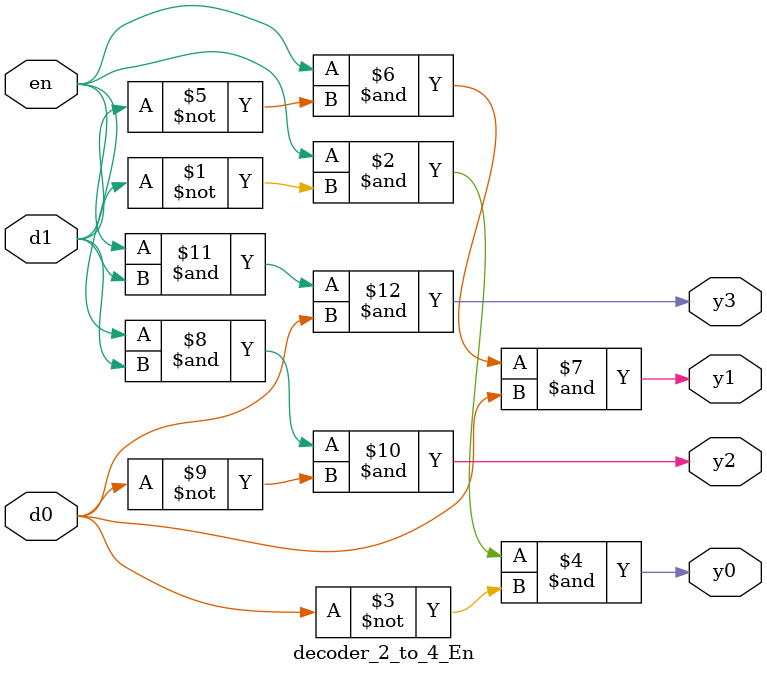
<source format=v>
`timescale 1ns / 1ps


module decoder_2_to_4_En(en,d0,d1,y0,y1,y2,y3);
    input en,d0,d1;
    output y0,y1,y2,y3;
    
    assign y0=en&(~d1)&(~d0);
    assign y1=en&(~d1)&(d0);
    assign y2=en&(d1)&(~d0);
    assign y3=en&(d1)&(d0);
    
endmodule

</source>
